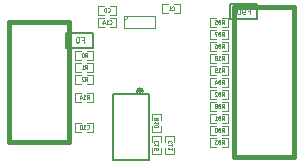
<source format=gbo>
G04 (created by PCBNEW (2013-04-19 BZR 4011)-stable) date 11/08/2014 13:36:20*
%MOIN*%
G04 Gerber Fmt 3.4, Leading zero omitted, Abs format*
%FSLAX34Y34*%
G01*
G70*
G90*
G04 APERTURE LIST*
%ADD10C,2.3622e-006*%
%ADD11C,0.0028*%
%ADD12C,0.005*%
%ADD13C,0.015*%
%ADD14C,0.0031*%
%ADD15C,0.0045*%
G04 APERTURE END LIST*
G54D10*
G54D11*
X88550Y-63350D02*
X88350Y-63350D01*
X88350Y-63350D02*
X88350Y-63050D01*
X88350Y-63050D02*
X88550Y-63050D01*
X88750Y-63350D02*
X88950Y-63350D01*
X88950Y-63350D02*
X88950Y-63050D01*
X88950Y-63050D02*
X88750Y-63050D01*
G54D12*
X89850Y-65500D02*
G75*
G03X89850Y-65500I-100J0D01*
G74*
G01*
X89800Y-65500D02*
G75*
G03X89800Y-65500I-50J0D01*
G74*
G01*
X88850Y-65600D02*
X90050Y-65600D01*
X90050Y-65600D02*
X90050Y-67800D01*
X88850Y-67800D02*
X90050Y-67800D01*
X88850Y-65600D02*
X88850Y-67800D01*
G54D11*
X87800Y-64850D02*
X87600Y-64850D01*
X87600Y-64850D02*
X87600Y-64550D01*
X87600Y-64550D02*
X87800Y-64550D01*
X88000Y-64850D02*
X88200Y-64850D01*
X88200Y-64850D02*
X88200Y-64550D01*
X88200Y-64550D02*
X88000Y-64550D01*
X88550Y-62950D02*
X88350Y-62950D01*
X88350Y-62950D02*
X88350Y-62650D01*
X88350Y-62650D02*
X88550Y-62650D01*
X88750Y-62950D02*
X88950Y-62950D01*
X88950Y-62950D02*
X88950Y-62650D01*
X88950Y-62650D02*
X88750Y-62650D01*
X90900Y-62600D02*
X91100Y-62600D01*
X91100Y-62600D02*
X91100Y-62900D01*
X91100Y-62900D02*
X90900Y-62900D01*
X90700Y-62600D02*
X90500Y-62600D01*
X90500Y-62600D02*
X90500Y-62900D01*
X90500Y-62900D02*
X90700Y-62900D01*
X87800Y-65250D02*
X87600Y-65250D01*
X87600Y-65250D02*
X87600Y-64950D01*
X87600Y-64950D02*
X87800Y-64950D01*
X88000Y-65250D02*
X88200Y-65250D01*
X88200Y-65250D02*
X88200Y-64950D01*
X88200Y-64950D02*
X88000Y-64950D01*
X87800Y-66850D02*
X87600Y-66850D01*
X87600Y-66850D02*
X87600Y-66550D01*
X87600Y-66550D02*
X87800Y-66550D01*
X88000Y-66850D02*
X88200Y-66850D01*
X88200Y-66850D02*
X88200Y-66550D01*
X88200Y-66550D02*
X88000Y-66550D01*
X90900Y-67400D02*
X90900Y-67600D01*
X90900Y-67600D02*
X90600Y-67600D01*
X90600Y-67600D02*
X90600Y-67400D01*
X90900Y-67200D02*
X90900Y-67000D01*
X90900Y-67000D02*
X90600Y-67000D01*
X90600Y-67000D02*
X90600Y-67200D01*
X90450Y-66650D02*
X90450Y-66850D01*
X90450Y-66850D02*
X90150Y-66850D01*
X90150Y-66850D02*
X90150Y-66650D01*
X90450Y-66450D02*
X90450Y-66250D01*
X90450Y-66250D02*
X90150Y-66250D01*
X90150Y-66250D02*
X90150Y-66450D01*
X92500Y-66250D02*
X92700Y-66250D01*
X92700Y-66250D02*
X92700Y-66550D01*
X92700Y-66550D02*
X92500Y-66550D01*
X92300Y-66250D02*
X92100Y-66250D01*
X92100Y-66250D02*
X92100Y-66550D01*
X92100Y-66550D02*
X92300Y-66550D01*
X92500Y-65450D02*
X92700Y-65450D01*
X92700Y-65450D02*
X92700Y-65750D01*
X92700Y-65750D02*
X92500Y-65750D01*
X92300Y-65450D02*
X92100Y-65450D01*
X92100Y-65450D02*
X92100Y-65750D01*
X92100Y-65750D02*
X92300Y-65750D01*
X92500Y-67050D02*
X92700Y-67050D01*
X92700Y-67050D02*
X92700Y-67350D01*
X92700Y-67350D02*
X92500Y-67350D01*
X92300Y-67050D02*
X92100Y-67050D01*
X92100Y-67050D02*
X92100Y-67350D01*
X92100Y-67350D02*
X92300Y-67350D01*
X92500Y-65050D02*
X92700Y-65050D01*
X92700Y-65050D02*
X92700Y-65350D01*
X92700Y-65350D02*
X92500Y-65350D01*
X92300Y-65050D02*
X92100Y-65050D01*
X92100Y-65050D02*
X92100Y-65350D01*
X92100Y-65350D02*
X92300Y-65350D01*
X92500Y-63050D02*
X92700Y-63050D01*
X92700Y-63050D02*
X92700Y-63350D01*
X92700Y-63350D02*
X92500Y-63350D01*
X92300Y-63050D02*
X92100Y-63050D01*
X92100Y-63050D02*
X92100Y-63350D01*
X92100Y-63350D02*
X92300Y-63350D01*
X92500Y-63850D02*
X92700Y-63850D01*
X92700Y-63850D02*
X92700Y-64150D01*
X92700Y-64150D02*
X92500Y-64150D01*
X92300Y-63850D02*
X92100Y-63850D01*
X92100Y-63850D02*
X92100Y-64150D01*
X92100Y-64150D02*
X92300Y-64150D01*
X92500Y-63450D02*
X92700Y-63450D01*
X92700Y-63450D02*
X92700Y-63750D01*
X92700Y-63750D02*
X92500Y-63750D01*
X92300Y-63450D02*
X92100Y-63450D01*
X92100Y-63450D02*
X92100Y-63750D01*
X92100Y-63750D02*
X92300Y-63750D01*
X92500Y-64650D02*
X92700Y-64650D01*
X92700Y-64650D02*
X92700Y-64950D01*
X92700Y-64950D02*
X92500Y-64950D01*
X92300Y-64650D02*
X92100Y-64650D01*
X92100Y-64650D02*
X92100Y-64950D01*
X92100Y-64950D02*
X92300Y-64950D01*
X92500Y-66650D02*
X92700Y-66650D01*
X92700Y-66650D02*
X92700Y-66950D01*
X92700Y-66950D02*
X92500Y-66950D01*
X92300Y-66650D02*
X92100Y-66650D01*
X92100Y-66650D02*
X92100Y-66950D01*
X92100Y-66950D02*
X92300Y-66950D01*
X92500Y-65850D02*
X92700Y-65850D01*
X92700Y-65850D02*
X92700Y-66150D01*
X92700Y-66150D02*
X92500Y-66150D01*
X92300Y-65850D02*
X92100Y-65850D01*
X92100Y-65850D02*
X92100Y-66150D01*
X92100Y-66150D02*
X92300Y-66150D01*
X92300Y-64550D02*
X92100Y-64550D01*
X92100Y-64550D02*
X92100Y-64250D01*
X92100Y-64250D02*
X92300Y-64250D01*
X92500Y-64550D02*
X92700Y-64550D01*
X92700Y-64550D02*
X92700Y-64250D01*
X92700Y-64250D02*
X92500Y-64250D01*
X87800Y-65850D02*
X87600Y-65850D01*
X87600Y-65850D02*
X87600Y-65550D01*
X87600Y-65550D02*
X87800Y-65550D01*
X88000Y-65850D02*
X88200Y-65850D01*
X88200Y-65850D02*
X88200Y-65550D01*
X88200Y-65550D02*
X88000Y-65550D01*
X87800Y-64450D02*
X87600Y-64450D01*
X87600Y-64450D02*
X87600Y-64150D01*
X87600Y-64150D02*
X87800Y-64150D01*
X88000Y-64450D02*
X88200Y-64450D01*
X88200Y-64450D02*
X88200Y-64150D01*
X88200Y-64150D02*
X88000Y-64150D01*
G54D13*
X94900Y-67700D02*
X92900Y-67700D01*
X92900Y-67700D02*
X92900Y-62700D01*
X92900Y-62700D02*
X94900Y-62700D01*
X94900Y-62700D02*
X94900Y-67700D01*
X85400Y-67200D02*
X85400Y-63200D01*
X87400Y-63200D02*
X87400Y-67200D01*
X87400Y-67200D02*
X85400Y-67200D01*
X85400Y-63200D02*
X87400Y-63200D01*
G54D11*
X90150Y-67200D02*
X90150Y-67000D01*
X90150Y-67000D02*
X90450Y-67000D01*
X90450Y-67000D02*
X90450Y-67200D01*
X90150Y-67400D02*
X90150Y-67600D01*
X90150Y-67600D02*
X90450Y-67600D01*
X90450Y-67600D02*
X90450Y-67400D01*
G54D14*
X89349Y-63062D02*
G75*
G03X89349Y-63062I-62J0D01*
G74*
G01*
X90250Y-63400D02*
X90250Y-63000D01*
X89225Y-63400D02*
X89225Y-63000D01*
X90250Y-63000D02*
X89225Y-63000D01*
X89225Y-63400D02*
X90250Y-63400D01*
G54D12*
X92750Y-63100D02*
X93650Y-63100D01*
X93650Y-63100D02*
X93650Y-62600D01*
X93650Y-62600D02*
X92750Y-62600D01*
X92750Y-62600D02*
X92750Y-63100D01*
X88200Y-63550D02*
X87300Y-63550D01*
X87300Y-63550D02*
X87300Y-64050D01*
X87300Y-64050D02*
X88200Y-64050D01*
X88200Y-64050D02*
X88200Y-63550D01*
G54D11*
X88727Y-63242D02*
X88732Y-63249D01*
X88750Y-63255D01*
X88761Y-63255D01*
X88778Y-63249D01*
X88790Y-63236D01*
X88795Y-63223D01*
X88801Y-63196D01*
X88801Y-63177D01*
X88795Y-63150D01*
X88790Y-63137D01*
X88778Y-63124D01*
X88761Y-63117D01*
X88750Y-63117D01*
X88732Y-63124D01*
X88727Y-63131D01*
X88612Y-63255D02*
X88681Y-63255D01*
X88647Y-63255D02*
X88647Y-63117D01*
X88658Y-63137D01*
X88670Y-63150D01*
X88681Y-63157D01*
X88510Y-63163D02*
X88510Y-63255D01*
X88538Y-63111D02*
X88567Y-63209D01*
X88492Y-63209D01*
X87920Y-64755D02*
X87960Y-64690D01*
X87988Y-64755D02*
X87988Y-64617D01*
X87942Y-64617D01*
X87931Y-64624D01*
X87925Y-64631D01*
X87920Y-64644D01*
X87920Y-64663D01*
X87925Y-64677D01*
X87931Y-64683D01*
X87942Y-64690D01*
X87988Y-64690D01*
X87805Y-64755D02*
X87874Y-64755D01*
X87840Y-64755D02*
X87840Y-64617D01*
X87851Y-64637D01*
X87862Y-64650D01*
X87874Y-64657D01*
X88670Y-62842D02*
X88675Y-62849D01*
X88692Y-62855D01*
X88704Y-62855D01*
X88721Y-62849D01*
X88732Y-62836D01*
X88738Y-62823D01*
X88744Y-62796D01*
X88744Y-62777D01*
X88738Y-62750D01*
X88732Y-62737D01*
X88721Y-62724D01*
X88704Y-62717D01*
X88692Y-62717D01*
X88675Y-62724D01*
X88670Y-62731D01*
X88595Y-62717D02*
X88584Y-62717D01*
X88572Y-62724D01*
X88567Y-62731D01*
X88561Y-62744D01*
X88555Y-62770D01*
X88555Y-62803D01*
X88561Y-62829D01*
X88567Y-62842D01*
X88572Y-62849D01*
X88584Y-62855D01*
X88595Y-62855D01*
X88607Y-62849D01*
X88612Y-62842D01*
X88618Y-62829D01*
X88624Y-62803D01*
X88624Y-62770D01*
X88618Y-62744D01*
X88612Y-62731D01*
X88607Y-62724D01*
X88595Y-62717D01*
X90820Y-62792D02*
X90825Y-62799D01*
X90842Y-62805D01*
X90854Y-62805D01*
X90871Y-62799D01*
X90882Y-62786D01*
X90888Y-62773D01*
X90894Y-62746D01*
X90894Y-62727D01*
X90888Y-62700D01*
X90882Y-62687D01*
X90871Y-62674D01*
X90854Y-62667D01*
X90842Y-62667D01*
X90825Y-62674D01*
X90820Y-62681D01*
X90705Y-62805D02*
X90774Y-62805D01*
X90740Y-62805D02*
X90740Y-62667D01*
X90751Y-62687D01*
X90762Y-62700D01*
X90774Y-62707D01*
X87920Y-65155D02*
X87960Y-65090D01*
X87988Y-65155D02*
X87988Y-65017D01*
X87942Y-65017D01*
X87931Y-65024D01*
X87925Y-65031D01*
X87920Y-65044D01*
X87920Y-65063D01*
X87925Y-65077D01*
X87931Y-65083D01*
X87942Y-65090D01*
X87988Y-65090D01*
X87874Y-65031D02*
X87868Y-65024D01*
X87857Y-65017D01*
X87828Y-65017D01*
X87817Y-65024D01*
X87811Y-65031D01*
X87805Y-65044D01*
X87805Y-65057D01*
X87811Y-65077D01*
X87880Y-65155D01*
X87805Y-65155D01*
X87977Y-66742D02*
X87982Y-66749D01*
X88000Y-66755D01*
X88011Y-66755D01*
X88028Y-66749D01*
X88040Y-66736D01*
X88045Y-66723D01*
X88051Y-66696D01*
X88051Y-66677D01*
X88045Y-66650D01*
X88040Y-66637D01*
X88028Y-66624D01*
X88011Y-66617D01*
X88000Y-66617D01*
X87982Y-66624D01*
X87977Y-66631D01*
X87862Y-66755D02*
X87931Y-66755D01*
X87897Y-66755D02*
X87897Y-66617D01*
X87908Y-66637D01*
X87920Y-66650D01*
X87931Y-66657D01*
X87788Y-66617D02*
X87777Y-66617D01*
X87765Y-66624D01*
X87760Y-66631D01*
X87754Y-66644D01*
X87748Y-66670D01*
X87748Y-66703D01*
X87754Y-66729D01*
X87760Y-66742D01*
X87765Y-66749D01*
X87777Y-66755D01*
X87788Y-66755D01*
X87800Y-66749D01*
X87805Y-66742D01*
X87811Y-66729D01*
X87817Y-66703D01*
X87817Y-66670D01*
X87811Y-66644D01*
X87805Y-66631D01*
X87800Y-66624D01*
X87788Y-66617D01*
X90792Y-67222D02*
X90799Y-67217D01*
X90805Y-67200D01*
X90805Y-67188D01*
X90799Y-67171D01*
X90786Y-67160D01*
X90773Y-67154D01*
X90746Y-67148D01*
X90727Y-67148D01*
X90700Y-67154D01*
X90687Y-67160D01*
X90674Y-67171D01*
X90667Y-67188D01*
X90667Y-67200D01*
X90674Y-67217D01*
X90681Y-67222D01*
X90805Y-67337D02*
X90805Y-67268D01*
X90805Y-67302D02*
X90667Y-67302D01*
X90687Y-67291D01*
X90700Y-67280D01*
X90707Y-67268D01*
X90805Y-67451D02*
X90805Y-67382D01*
X90805Y-67417D02*
X90667Y-67417D01*
X90687Y-67405D01*
X90700Y-67394D01*
X90707Y-67382D01*
X90355Y-66472D02*
X90290Y-66432D01*
X90355Y-66404D02*
X90217Y-66404D01*
X90217Y-66450D01*
X90224Y-66461D01*
X90231Y-66467D01*
X90244Y-66472D01*
X90263Y-66472D01*
X90277Y-66467D01*
X90283Y-66461D01*
X90290Y-66450D01*
X90290Y-66404D01*
X90355Y-66587D02*
X90355Y-66518D01*
X90355Y-66552D02*
X90217Y-66552D01*
X90237Y-66541D01*
X90250Y-66530D01*
X90257Y-66518D01*
X90217Y-66661D02*
X90217Y-66672D01*
X90224Y-66684D01*
X90231Y-66690D01*
X90244Y-66695D01*
X90270Y-66701D01*
X90303Y-66701D01*
X90329Y-66695D01*
X90342Y-66690D01*
X90349Y-66684D01*
X90355Y-66672D01*
X90355Y-66661D01*
X90349Y-66650D01*
X90342Y-66644D01*
X90329Y-66638D01*
X90303Y-66632D01*
X90270Y-66632D01*
X90244Y-66638D01*
X90231Y-66644D01*
X90224Y-66650D01*
X90217Y-66661D01*
X92477Y-66455D02*
X92517Y-66390D01*
X92545Y-66455D02*
X92545Y-66317D01*
X92500Y-66317D01*
X92488Y-66324D01*
X92482Y-66331D01*
X92477Y-66344D01*
X92477Y-66363D01*
X92482Y-66377D01*
X92488Y-66383D01*
X92500Y-66390D01*
X92545Y-66390D01*
X92408Y-66377D02*
X92420Y-66370D01*
X92425Y-66363D01*
X92431Y-66350D01*
X92431Y-66344D01*
X92425Y-66331D01*
X92420Y-66324D01*
X92408Y-66317D01*
X92385Y-66317D01*
X92374Y-66324D01*
X92368Y-66331D01*
X92362Y-66344D01*
X92362Y-66350D01*
X92368Y-66363D01*
X92374Y-66370D01*
X92385Y-66377D01*
X92408Y-66377D01*
X92420Y-66383D01*
X92425Y-66390D01*
X92431Y-66403D01*
X92431Y-66429D01*
X92425Y-66442D01*
X92420Y-66449D01*
X92408Y-66455D01*
X92385Y-66455D01*
X92374Y-66449D01*
X92368Y-66442D01*
X92362Y-66429D01*
X92362Y-66403D01*
X92368Y-66390D01*
X92374Y-66383D01*
X92385Y-66377D01*
X92248Y-66455D02*
X92317Y-66455D01*
X92282Y-66455D02*
X92282Y-66317D01*
X92294Y-66337D01*
X92305Y-66350D01*
X92317Y-66357D01*
X92477Y-65655D02*
X92517Y-65590D01*
X92545Y-65655D02*
X92545Y-65517D01*
X92500Y-65517D01*
X92488Y-65524D01*
X92482Y-65531D01*
X92477Y-65544D01*
X92477Y-65563D01*
X92482Y-65577D01*
X92488Y-65583D01*
X92500Y-65590D01*
X92545Y-65590D01*
X92408Y-65577D02*
X92420Y-65570D01*
X92425Y-65563D01*
X92431Y-65550D01*
X92431Y-65544D01*
X92425Y-65531D01*
X92420Y-65524D01*
X92408Y-65517D01*
X92385Y-65517D01*
X92374Y-65524D01*
X92368Y-65531D01*
X92362Y-65544D01*
X92362Y-65550D01*
X92368Y-65563D01*
X92374Y-65570D01*
X92385Y-65577D01*
X92408Y-65577D01*
X92420Y-65583D01*
X92425Y-65590D01*
X92431Y-65603D01*
X92431Y-65629D01*
X92425Y-65642D01*
X92420Y-65649D01*
X92408Y-65655D01*
X92385Y-65655D01*
X92374Y-65649D01*
X92368Y-65642D01*
X92362Y-65629D01*
X92362Y-65603D01*
X92368Y-65590D01*
X92374Y-65583D01*
X92385Y-65577D01*
X92317Y-65531D02*
X92311Y-65524D01*
X92300Y-65517D01*
X92271Y-65517D01*
X92260Y-65524D01*
X92254Y-65531D01*
X92248Y-65544D01*
X92248Y-65557D01*
X92254Y-65577D01*
X92322Y-65655D01*
X92248Y-65655D01*
X92477Y-67255D02*
X92517Y-67190D01*
X92545Y-67255D02*
X92545Y-67117D01*
X92500Y-67117D01*
X92488Y-67124D01*
X92482Y-67131D01*
X92477Y-67144D01*
X92477Y-67163D01*
X92482Y-67177D01*
X92488Y-67183D01*
X92500Y-67190D01*
X92545Y-67190D01*
X92408Y-67177D02*
X92420Y-67170D01*
X92425Y-67163D01*
X92431Y-67150D01*
X92431Y-67144D01*
X92425Y-67131D01*
X92420Y-67124D01*
X92408Y-67117D01*
X92385Y-67117D01*
X92374Y-67124D01*
X92368Y-67131D01*
X92362Y-67144D01*
X92362Y-67150D01*
X92368Y-67163D01*
X92374Y-67170D01*
X92385Y-67177D01*
X92408Y-67177D01*
X92420Y-67183D01*
X92425Y-67190D01*
X92431Y-67203D01*
X92431Y-67229D01*
X92425Y-67242D01*
X92420Y-67249D01*
X92408Y-67255D01*
X92385Y-67255D01*
X92374Y-67249D01*
X92368Y-67242D01*
X92362Y-67229D01*
X92362Y-67203D01*
X92368Y-67190D01*
X92374Y-67183D01*
X92385Y-67177D01*
X92322Y-67117D02*
X92248Y-67117D01*
X92288Y-67170D01*
X92271Y-67170D01*
X92260Y-67177D01*
X92254Y-67183D01*
X92248Y-67196D01*
X92248Y-67229D01*
X92254Y-67242D01*
X92260Y-67249D01*
X92271Y-67255D01*
X92305Y-67255D01*
X92317Y-67249D01*
X92322Y-67242D01*
X92477Y-65255D02*
X92517Y-65190D01*
X92545Y-65255D02*
X92545Y-65117D01*
X92500Y-65117D01*
X92488Y-65124D01*
X92482Y-65131D01*
X92477Y-65144D01*
X92477Y-65163D01*
X92482Y-65177D01*
X92488Y-65183D01*
X92500Y-65190D01*
X92545Y-65190D01*
X92408Y-65177D02*
X92420Y-65170D01*
X92425Y-65163D01*
X92431Y-65150D01*
X92431Y-65144D01*
X92425Y-65131D01*
X92420Y-65124D01*
X92408Y-65117D01*
X92385Y-65117D01*
X92374Y-65124D01*
X92368Y-65131D01*
X92362Y-65144D01*
X92362Y-65150D01*
X92368Y-65163D01*
X92374Y-65170D01*
X92385Y-65177D01*
X92408Y-65177D01*
X92420Y-65183D01*
X92425Y-65190D01*
X92431Y-65203D01*
X92431Y-65229D01*
X92425Y-65242D01*
X92420Y-65249D01*
X92408Y-65255D01*
X92385Y-65255D01*
X92374Y-65249D01*
X92368Y-65242D01*
X92362Y-65229D01*
X92362Y-65203D01*
X92368Y-65190D01*
X92374Y-65183D01*
X92385Y-65177D01*
X92260Y-65163D02*
X92260Y-65255D01*
X92288Y-65111D02*
X92317Y-65209D01*
X92242Y-65209D01*
X92477Y-63255D02*
X92517Y-63190D01*
X92545Y-63255D02*
X92545Y-63117D01*
X92500Y-63117D01*
X92488Y-63124D01*
X92482Y-63131D01*
X92477Y-63144D01*
X92477Y-63163D01*
X92482Y-63177D01*
X92488Y-63183D01*
X92500Y-63190D01*
X92545Y-63190D01*
X92408Y-63177D02*
X92420Y-63170D01*
X92425Y-63163D01*
X92431Y-63150D01*
X92431Y-63144D01*
X92425Y-63131D01*
X92420Y-63124D01*
X92408Y-63117D01*
X92385Y-63117D01*
X92374Y-63124D01*
X92368Y-63131D01*
X92362Y-63144D01*
X92362Y-63150D01*
X92368Y-63163D01*
X92374Y-63170D01*
X92385Y-63177D01*
X92408Y-63177D01*
X92420Y-63183D01*
X92425Y-63190D01*
X92431Y-63203D01*
X92431Y-63229D01*
X92425Y-63242D01*
X92420Y-63249D01*
X92408Y-63255D01*
X92385Y-63255D01*
X92374Y-63249D01*
X92368Y-63242D01*
X92362Y-63229D01*
X92362Y-63203D01*
X92368Y-63190D01*
X92374Y-63183D01*
X92385Y-63177D01*
X92254Y-63117D02*
X92311Y-63117D01*
X92317Y-63183D01*
X92311Y-63177D01*
X92300Y-63170D01*
X92271Y-63170D01*
X92260Y-63177D01*
X92254Y-63183D01*
X92248Y-63196D01*
X92248Y-63229D01*
X92254Y-63242D01*
X92260Y-63249D01*
X92271Y-63255D01*
X92300Y-63255D01*
X92311Y-63249D01*
X92317Y-63242D01*
X92477Y-64055D02*
X92517Y-63990D01*
X92545Y-64055D02*
X92545Y-63917D01*
X92500Y-63917D01*
X92488Y-63924D01*
X92482Y-63931D01*
X92477Y-63944D01*
X92477Y-63963D01*
X92482Y-63977D01*
X92488Y-63983D01*
X92500Y-63990D01*
X92545Y-63990D01*
X92408Y-63977D02*
X92420Y-63970D01*
X92425Y-63963D01*
X92431Y-63950D01*
X92431Y-63944D01*
X92425Y-63931D01*
X92420Y-63924D01*
X92408Y-63917D01*
X92385Y-63917D01*
X92374Y-63924D01*
X92368Y-63931D01*
X92362Y-63944D01*
X92362Y-63950D01*
X92368Y-63963D01*
X92374Y-63970D01*
X92385Y-63977D01*
X92408Y-63977D01*
X92420Y-63983D01*
X92425Y-63990D01*
X92431Y-64003D01*
X92431Y-64029D01*
X92425Y-64042D01*
X92420Y-64049D01*
X92408Y-64055D01*
X92385Y-64055D01*
X92374Y-64049D01*
X92368Y-64042D01*
X92362Y-64029D01*
X92362Y-64003D01*
X92368Y-63990D01*
X92374Y-63983D01*
X92385Y-63977D01*
X92260Y-63917D02*
X92282Y-63917D01*
X92294Y-63924D01*
X92300Y-63931D01*
X92311Y-63950D01*
X92317Y-63977D01*
X92317Y-64029D01*
X92311Y-64042D01*
X92305Y-64049D01*
X92294Y-64055D01*
X92271Y-64055D01*
X92260Y-64049D01*
X92254Y-64042D01*
X92248Y-64029D01*
X92248Y-63996D01*
X92254Y-63983D01*
X92260Y-63977D01*
X92271Y-63970D01*
X92294Y-63970D01*
X92305Y-63977D01*
X92311Y-63983D01*
X92317Y-63996D01*
X92477Y-63655D02*
X92517Y-63590D01*
X92545Y-63655D02*
X92545Y-63517D01*
X92500Y-63517D01*
X92488Y-63524D01*
X92482Y-63531D01*
X92477Y-63544D01*
X92477Y-63563D01*
X92482Y-63577D01*
X92488Y-63583D01*
X92500Y-63590D01*
X92545Y-63590D01*
X92408Y-63577D02*
X92420Y-63570D01*
X92425Y-63563D01*
X92431Y-63550D01*
X92431Y-63544D01*
X92425Y-63531D01*
X92420Y-63524D01*
X92408Y-63517D01*
X92385Y-63517D01*
X92374Y-63524D01*
X92368Y-63531D01*
X92362Y-63544D01*
X92362Y-63550D01*
X92368Y-63563D01*
X92374Y-63570D01*
X92385Y-63577D01*
X92408Y-63577D01*
X92420Y-63583D01*
X92425Y-63590D01*
X92431Y-63603D01*
X92431Y-63629D01*
X92425Y-63642D01*
X92420Y-63649D01*
X92408Y-63655D01*
X92385Y-63655D01*
X92374Y-63649D01*
X92368Y-63642D01*
X92362Y-63629D01*
X92362Y-63603D01*
X92368Y-63590D01*
X92374Y-63583D01*
X92385Y-63577D01*
X92322Y-63517D02*
X92242Y-63517D01*
X92294Y-63655D01*
X92477Y-64855D02*
X92517Y-64790D01*
X92545Y-64855D02*
X92545Y-64717D01*
X92500Y-64717D01*
X92488Y-64724D01*
X92482Y-64731D01*
X92477Y-64744D01*
X92477Y-64763D01*
X92482Y-64777D01*
X92488Y-64783D01*
X92500Y-64790D01*
X92545Y-64790D01*
X92362Y-64855D02*
X92431Y-64855D01*
X92397Y-64855D02*
X92397Y-64717D01*
X92408Y-64737D01*
X92420Y-64750D01*
X92431Y-64757D01*
X92305Y-64855D02*
X92282Y-64855D01*
X92271Y-64849D01*
X92265Y-64842D01*
X92254Y-64823D01*
X92248Y-64796D01*
X92248Y-64744D01*
X92254Y-64731D01*
X92260Y-64724D01*
X92271Y-64717D01*
X92294Y-64717D01*
X92305Y-64724D01*
X92311Y-64731D01*
X92317Y-64744D01*
X92317Y-64777D01*
X92311Y-64790D01*
X92305Y-64796D01*
X92294Y-64803D01*
X92271Y-64803D01*
X92260Y-64796D01*
X92254Y-64790D01*
X92248Y-64777D01*
X92477Y-66855D02*
X92517Y-66790D01*
X92545Y-66855D02*
X92545Y-66717D01*
X92500Y-66717D01*
X92488Y-66724D01*
X92482Y-66731D01*
X92477Y-66744D01*
X92477Y-66763D01*
X92482Y-66777D01*
X92488Y-66783D01*
X92500Y-66790D01*
X92545Y-66790D01*
X92408Y-66777D02*
X92420Y-66770D01*
X92425Y-66763D01*
X92431Y-66750D01*
X92431Y-66744D01*
X92425Y-66731D01*
X92420Y-66724D01*
X92408Y-66717D01*
X92385Y-66717D01*
X92374Y-66724D01*
X92368Y-66731D01*
X92362Y-66744D01*
X92362Y-66750D01*
X92368Y-66763D01*
X92374Y-66770D01*
X92385Y-66777D01*
X92408Y-66777D01*
X92420Y-66783D01*
X92425Y-66790D01*
X92431Y-66803D01*
X92431Y-66829D01*
X92425Y-66842D01*
X92420Y-66849D01*
X92408Y-66855D01*
X92385Y-66855D01*
X92374Y-66849D01*
X92368Y-66842D01*
X92362Y-66829D01*
X92362Y-66803D01*
X92368Y-66790D01*
X92374Y-66783D01*
X92385Y-66777D01*
X92288Y-66717D02*
X92277Y-66717D01*
X92265Y-66724D01*
X92260Y-66731D01*
X92254Y-66744D01*
X92248Y-66770D01*
X92248Y-66803D01*
X92254Y-66829D01*
X92260Y-66842D01*
X92265Y-66849D01*
X92277Y-66855D01*
X92288Y-66855D01*
X92300Y-66849D01*
X92305Y-66842D01*
X92311Y-66829D01*
X92317Y-66803D01*
X92317Y-66770D01*
X92311Y-66744D01*
X92305Y-66731D01*
X92300Y-66724D01*
X92288Y-66717D01*
X92477Y-66055D02*
X92517Y-65990D01*
X92545Y-66055D02*
X92545Y-65917D01*
X92500Y-65917D01*
X92488Y-65924D01*
X92482Y-65931D01*
X92477Y-65944D01*
X92477Y-65963D01*
X92482Y-65977D01*
X92488Y-65983D01*
X92500Y-65990D01*
X92545Y-65990D01*
X92408Y-65977D02*
X92420Y-65970D01*
X92425Y-65963D01*
X92431Y-65950D01*
X92431Y-65944D01*
X92425Y-65931D01*
X92420Y-65924D01*
X92408Y-65917D01*
X92385Y-65917D01*
X92374Y-65924D01*
X92368Y-65931D01*
X92362Y-65944D01*
X92362Y-65950D01*
X92368Y-65963D01*
X92374Y-65970D01*
X92385Y-65977D01*
X92408Y-65977D01*
X92420Y-65983D01*
X92425Y-65990D01*
X92431Y-66003D01*
X92431Y-66029D01*
X92425Y-66042D01*
X92420Y-66049D01*
X92408Y-66055D01*
X92385Y-66055D01*
X92374Y-66049D01*
X92368Y-66042D01*
X92362Y-66029D01*
X92362Y-66003D01*
X92368Y-65990D01*
X92374Y-65983D01*
X92385Y-65977D01*
X92294Y-65977D02*
X92305Y-65970D01*
X92311Y-65963D01*
X92317Y-65950D01*
X92317Y-65944D01*
X92311Y-65931D01*
X92305Y-65924D01*
X92294Y-65917D01*
X92271Y-65917D01*
X92260Y-65924D01*
X92254Y-65931D01*
X92248Y-65944D01*
X92248Y-65950D01*
X92254Y-65963D01*
X92260Y-65970D01*
X92271Y-65977D01*
X92294Y-65977D01*
X92305Y-65983D01*
X92311Y-65990D01*
X92317Y-66003D01*
X92317Y-66029D01*
X92311Y-66042D01*
X92305Y-66049D01*
X92294Y-66055D01*
X92271Y-66055D01*
X92260Y-66049D01*
X92254Y-66042D01*
X92248Y-66029D01*
X92248Y-66003D01*
X92254Y-65990D01*
X92260Y-65983D01*
X92271Y-65977D01*
X92477Y-64455D02*
X92517Y-64390D01*
X92545Y-64455D02*
X92545Y-64317D01*
X92500Y-64317D01*
X92488Y-64324D01*
X92482Y-64331D01*
X92477Y-64344D01*
X92477Y-64363D01*
X92482Y-64377D01*
X92488Y-64383D01*
X92500Y-64390D01*
X92545Y-64390D01*
X92362Y-64455D02*
X92431Y-64455D01*
X92397Y-64455D02*
X92397Y-64317D01*
X92408Y-64337D01*
X92420Y-64350D01*
X92431Y-64357D01*
X92294Y-64377D02*
X92305Y-64370D01*
X92311Y-64363D01*
X92317Y-64350D01*
X92317Y-64344D01*
X92311Y-64331D01*
X92305Y-64324D01*
X92294Y-64317D01*
X92271Y-64317D01*
X92260Y-64324D01*
X92254Y-64331D01*
X92248Y-64344D01*
X92248Y-64350D01*
X92254Y-64363D01*
X92260Y-64370D01*
X92271Y-64377D01*
X92294Y-64377D01*
X92305Y-64383D01*
X92311Y-64390D01*
X92317Y-64403D01*
X92317Y-64429D01*
X92311Y-64442D01*
X92305Y-64449D01*
X92294Y-64455D01*
X92271Y-64455D01*
X92260Y-64449D01*
X92254Y-64442D01*
X92248Y-64429D01*
X92248Y-64403D01*
X92254Y-64390D01*
X92260Y-64383D01*
X92271Y-64377D01*
X87977Y-65755D02*
X88017Y-65690D01*
X88045Y-65755D02*
X88045Y-65617D01*
X88000Y-65617D01*
X87988Y-65624D01*
X87982Y-65631D01*
X87977Y-65644D01*
X87977Y-65663D01*
X87982Y-65677D01*
X87988Y-65683D01*
X88000Y-65690D01*
X88045Y-65690D01*
X87862Y-65755D02*
X87931Y-65755D01*
X87897Y-65755D02*
X87897Y-65617D01*
X87908Y-65637D01*
X87920Y-65650D01*
X87931Y-65657D01*
X87760Y-65663D02*
X87760Y-65755D01*
X87788Y-65611D02*
X87817Y-65709D01*
X87742Y-65709D01*
X87920Y-64355D02*
X87960Y-64290D01*
X87988Y-64355D02*
X87988Y-64217D01*
X87942Y-64217D01*
X87931Y-64224D01*
X87925Y-64231D01*
X87920Y-64244D01*
X87920Y-64263D01*
X87925Y-64277D01*
X87931Y-64283D01*
X87942Y-64290D01*
X87988Y-64290D01*
X87845Y-64217D02*
X87834Y-64217D01*
X87822Y-64224D01*
X87817Y-64231D01*
X87811Y-64244D01*
X87805Y-64270D01*
X87805Y-64303D01*
X87811Y-64329D01*
X87817Y-64342D01*
X87822Y-64349D01*
X87834Y-64355D01*
X87845Y-64355D01*
X87857Y-64349D01*
X87862Y-64342D01*
X87868Y-64329D01*
X87874Y-64303D01*
X87874Y-64270D01*
X87868Y-64244D01*
X87862Y-64231D01*
X87857Y-64224D01*
X87845Y-64217D01*
X90342Y-67222D02*
X90349Y-67217D01*
X90355Y-67200D01*
X90355Y-67188D01*
X90349Y-67171D01*
X90336Y-67160D01*
X90323Y-67154D01*
X90296Y-67148D01*
X90277Y-67148D01*
X90250Y-67154D01*
X90237Y-67160D01*
X90224Y-67171D01*
X90217Y-67188D01*
X90217Y-67200D01*
X90224Y-67217D01*
X90231Y-67222D01*
X90355Y-67337D02*
X90355Y-67268D01*
X90355Y-67302D02*
X90217Y-67302D01*
X90237Y-67291D01*
X90250Y-67280D01*
X90257Y-67268D01*
X90217Y-67440D02*
X90217Y-67417D01*
X90224Y-67405D01*
X90231Y-67400D01*
X90250Y-67388D01*
X90277Y-67382D01*
X90329Y-67382D01*
X90342Y-67388D01*
X90349Y-67394D01*
X90355Y-67405D01*
X90355Y-67428D01*
X90349Y-67440D01*
X90342Y-67445D01*
X90329Y-67451D01*
X90296Y-67451D01*
X90283Y-67445D01*
X90277Y-67440D01*
X90270Y-67428D01*
X90270Y-67405D01*
X90277Y-67394D01*
X90283Y-67388D01*
X90296Y-67382D01*
G54D15*
X93345Y-62826D02*
X93405Y-62826D01*
X93405Y-62930D02*
X93405Y-62730D01*
X93320Y-62730D01*
X93242Y-62930D02*
X93208Y-62930D01*
X93191Y-62921D01*
X93182Y-62911D01*
X93165Y-62883D01*
X93157Y-62845D01*
X93157Y-62769D01*
X93165Y-62750D01*
X93174Y-62740D01*
X93191Y-62730D01*
X93225Y-62730D01*
X93242Y-62740D01*
X93251Y-62750D01*
X93260Y-62769D01*
X93260Y-62816D01*
X93251Y-62835D01*
X93242Y-62845D01*
X93225Y-62854D01*
X93191Y-62854D01*
X93174Y-62845D01*
X93165Y-62835D01*
X93157Y-62816D01*
X93045Y-62730D02*
X93028Y-62730D01*
X93011Y-62740D01*
X93002Y-62750D01*
X92994Y-62769D01*
X92985Y-62807D01*
X92985Y-62854D01*
X92994Y-62892D01*
X93002Y-62911D01*
X93011Y-62921D01*
X93028Y-62930D01*
X93045Y-62930D01*
X93062Y-62921D01*
X93071Y-62911D01*
X93080Y-62892D01*
X93088Y-62854D01*
X93088Y-62807D01*
X93080Y-62769D01*
X93071Y-62750D01*
X93062Y-62740D01*
X93045Y-62730D01*
X87810Y-63776D02*
X87870Y-63776D01*
X87870Y-63880D02*
X87870Y-63680D01*
X87784Y-63680D01*
X87681Y-63680D02*
X87664Y-63680D01*
X87647Y-63690D01*
X87638Y-63700D01*
X87630Y-63719D01*
X87621Y-63757D01*
X87621Y-63804D01*
X87630Y-63842D01*
X87638Y-63861D01*
X87647Y-63871D01*
X87664Y-63880D01*
X87681Y-63880D01*
X87698Y-63871D01*
X87707Y-63861D01*
X87715Y-63842D01*
X87724Y-63804D01*
X87724Y-63757D01*
X87715Y-63719D01*
X87707Y-63700D01*
X87698Y-63690D01*
X87681Y-63680D01*
M02*

</source>
